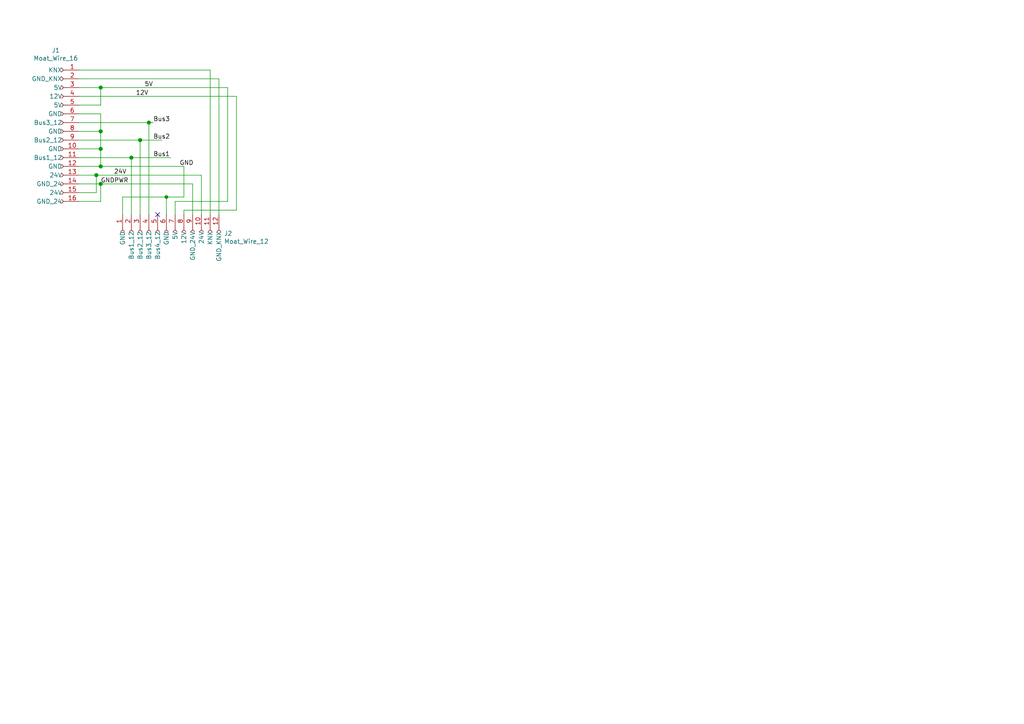
<source format=kicad_sch>
(kicad_sch (version 20211123) (generator eeschema)
  (paper "A4")
  (lib_symbols
    (symbol "local:Moat_Wire_16" (pin_names (offset 1.016))
      (property "Reference" "J" (at 0 20.32 0))
      (property "Value" "Moat_Wire_16" (at 0 -22.86 0))
      (symbol "Moat_Wire_16_1_1"
        (arc (start 0 -19.812) (mid -0.508 -20.32) (end 0 -20.828) (stroke (width 0.1524)))
        (arc (start 0 -17.272) (mid -0.508 -17.78) (end 0 -18.288) (stroke (width 0.1524)))
        (arc (start 0 -14.732) (mid -0.508 -15.24) (end 0 -15.748) (stroke (width 0.1524)))
        (arc (start 0 -12.192) (mid -0.508 -12.7) (end 0 -13.208) (stroke (width 0.1524)))
        (arc (start 0 -9.652) (mid -0.508 -10.16) (end 0 -10.668) (stroke (width 0.1524)))
        (arc (start 0 -7.112) (mid -0.508 -7.62) (end 0 -8.128) (stroke (width 0.1524)))
        (arc (start 0 -4.572) (mid -0.508 -5.08) (end 0 -5.588) (stroke (width 0.1524)))
        (arc (start 0 -2.032) (mid -0.508 -2.54) (end 0 -3.048) (stroke (width 0.1524)))
        (polyline (pts (xy -1.27 -20.32) (xy -0.508 -20.32)) (stroke (width 0.1524)))
        (polyline (pts (xy -1.27 -17.78) (xy -0.508 -17.78)) (stroke (width 0.1524)))
        (polyline (pts (xy -1.27 -15.24) (xy -0.508 -15.24)) (stroke (width 0.1524)))
        (polyline (pts (xy -1.27 -12.7) (xy -0.508 -12.7)) (stroke (width 0.1524)))
        (polyline (pts (xy -1.27 -10.16) (xy -0.508 -10.16)) (stroke (width 0.1524)))
        (polyline (pts (xy -1.27 -7.62) (xy -0.508 -7.62)) (stroke (width 0.1524)))
        (polyline (pts (xy -1.27 -5.08) (xy -0.508 -5.08)) (stroke (width 0.1524)))
        (polyline (pts (xy -1.27 -2.54) (xy -0.508 -2.54)) (stroke (width 0.1524)))
        (polyline (pts (xy -1.27 0) (xy -0.508 0)) (stroke (width 0.1524)))
        (polyline (pts (xy -1.27 2.54) (xy -0.508 2.54)) (stroke (width 0.1524)))
        (polyline (pts (xy -1.27 5.08) (xy -0.508 5.08)) (stroke (width 0.1524)))
        (polyline (pts (xy -1.27 7.62) (xy -0.508 7.62)) (stroke (width 0.1524)))
        (polyline (pts (xy -1.27 10.16) (xy -0.508 10.16)) (stroke (width 0.1524)))
        (polyline (pts (xy -1.27 12.7) (xy -0.508 12.7)) (stroke (width 0.1524)))
        (polyline (pts (xy -1.27 15.24) (xy -0.508 15.24)) (stroke (width 0.1524)))
        (polyline (pts (xy -1.27 17.78) (xy -0.508 17.78)) (stroke (width 0.1524)))
        (arc (start 0 0.508) (mid -0.508 0) (end 0 -0.508) (stroke (width 0.1524)))
        (arc (start 0 3.048) (mid -0.508 2.54) (end 0 2.032) (stroke (width 0.1524)))
        (arc (start 0 5.588) (mid -0.508 5.08) (end 0 4.572) (stroke (width 0.1524)))
        (arc (start 0 8.128) (mid -0.508 7.62) (end 0 7.112) (stroke (width 0.1524)))
        (arc (start 0 10.668) (mid -0.508 10.16) (end 0 9.652) (stroke (width 0.1524)))
        (arc (start 0 13.208) (mid -0.508 12.7) (end 0 12.192) (stroke (width 0.1524)))
        (arc (start 0 15.748) (mid -0.508 15.24) (end 0 14.732) (stroke (width 0.1524)))
        (arc (start 0 18.288) (mid -0.508 17.78) (end 0 17.272) (stroke (width 0.1524)))
        (pin passive line (at -5.08 17.78 0) (length 3.81) (name "KNX") (number "1"))
        (pin power_in line (at -5.08 -5.08 0) (length 3.81) (name "GND") (number "10"))
        (pin bidirectional line (at -5.08 -7.62 0) (length 3.81) (name "Bus1_12") (number "11"))
        (pin bidirectional line (at -5.08 -10.16 0) (length 3.81) (name "GND") (number "12"))
        (pin power_in line (at -5.08 -12.7 0) (length 3.81) (name "24V") (number "13"))
        (pin power_in line (at -5.08 -15.24 0) (length 3.81) (name "GND_24") (number "14"))
        (pin power_in line (at -5.08 -17.78 0) (length 3.81) (name "24V") (number "15"))
        (pin power_in line (at -5.08 -20.32 0) (length 3.81) (name "GND_24") (number "16"))
        (pin power_in line (at -5.08 15.24 0) (length 3.81) (name "GND_KNX") (number "2"))
        (pin power_in line (at -5.08 12.7 0) (length 3.81) (name "5V") (number "3"))
        (pin power_in line (at -5.08 10.16 0) (length 3.81) (name "12V") (number "4"))
        (pin power_in line (at -5.08 7.62 0) (length 3.81) (name "5V") (number "5"))
        (pin power_in line (at -5.08 5.08 0) (length 3.81) (name "GND") (number "6"))
        (pin bidirectional line (at -5.08 2.54 0) (length 3.81) (name "Bus3_12") (number "7"))
        (pin power_in line (at -5.08 0 0) (length 3.81) (name "GND") (number "8"))
        (pin bidirectional line (at -5.08 -2.54 0) (length 3.81) (name "Bus2_12") (number "9"))
      )
    )
    (symbol "localstuff:Moat_Wire_12" (pin_names (offset 1.016))
      (property "Reference" "J" (at 0 20.32 0))
      (property "Value" "Moat_Wire_12" (at -3.81 -7.62 0))
      (symbol "Moat_Wire_12_1_1"
        (arc (start 0 -4.572) (mid -0.508 -5.08) (end 0 -5.588) (stroke (width 0.1524)))
        (arc (start 0 -2.032) (mid -0.508 -2.54) (end 0 -3.048) (stroke (width 0.1524)))
        (polyline (pts (xy -1.27 -5.08) (xy -0.508 -5.08)) (stroke (width 0.1524)))
        (polyline (pts (xy -1.27 -2.54) (xy -0.508 -2.54)) (stroke (width 0.1524)))
        (polyline (pts (xy -1.27 0) (xy -0.508 0)) (stroke (width 0.1524)))
        (polyline (pts (xy -1.27 2.54) (xy -0.508 2.54)) (stroke (width 0.1524)))
        (polyline (pts (xy -1.27 5.08) (xy -0.508 5.08)) (stroke (width 0.1524)))
        (polyline (pts (xy -1.27 7.62) (xy -0.508 7.62)) (stroke (width 0.1524)))
        (polyline (pts (xy -1.27 10.16) (xy -0.508 10.16)) (stroke (width 0.1524)))
        (polyline (pts (xy -1.27 12.7) (xy -0.508 12.7)) (stroke (width 0.1524)))
        (polyline (pts (xy -1.27 15.24) (xy -0.508 15.24)) (stroke (width 0.1524)))
        (polyline (pts (xy -1.27 17.78) (xy -0.508 17.78)) (stroke (width 0.1524)))
        (polyline (pts (xy -1.27 20.32) (xy -0.508 20.32)) (stroke (width 0.1524)))
        (polyline (pts (xy -1.27 22.86) (xy -0.508 22.86)) (stroke (width 0.1524)))
        (arc (start 0 0.508) (mid -0.508 0) (end 0 -0.508) (stroke (width 0.1524)))
        (arc (start 0 3.048) (mid -0.508 2.54) (end 0 2.032) (stroke (width 0.1524)))
        (arc (start 0 5.588) (mid -0.508 5.08) (end 0 4.572) (stroke (width 0.1524)))
        (arc (start 0 8.128) (mid -0.508 7.62) (end 0 7.112) (stroke (width 0.1524)))
        (arc (start 0 10.668) (mid -0.508 10.16) (end 0 9.652) (stroke (width 0.1524)))
        (arc (start 0 13.208) (mid -0.508 12.7) (end 0 12.192) (stroke (width 0.1524)))
        (arc (start 0 15.748) (mid -0.508 15.24) (end 0 14.732) (stroke (width 0.1524)))
        (arc (start 0 18.288) (mid -0.508 17.78) (end 0 17.272) (stroke (width 0.1524)))
        (arc (start 0 20.828) (mid -0.508 20.32) (end 0 19.812) (stroke (width 0.1524)))
        (arc (start 0 23.368) (mid -0.508 22.86) (end 0 22.352) (stroke (width 0.1524)))
        (pin power_in line (at -5.08 22.86 0) (length 3.81) (name "GND") (number "1"))
        (pin power_in line (at -5.08 0 0) (length 3.81) (name "24V") (number "10"))
        (pin power_in line (at -5.08 -2.54 0) (length 3.81) (name "KNX") (number "11"))
        (pin power_in line (at -5.08 -5.08 0) (length 3.81) (name "GND_KNX") (number "12"))
        (pin bidirectional line (at -5.08 20.32 0) (length 3.81) (name "Bus1_12") (number "2"))
        (pin bidirectional line (at -5.08 17.78 0) (length 3.81) (name "Bus2_12") (number "3"))
        (pin bidirectional line (at -5.08 15.24 0) (length 3.81) (name "Bus3_12") (number "4"))
        (pin bidirectional line (at -5.08 12.7 0) (length 3.81) (name "Bus4_12") (number "5"))
        (pin power_in line (at -5.08 10.16 0) (length 3.81) (name "GND") (number "6"))
        (pin power_in line (at -5.08 7.62 0) (length 3.81) (name "5V") (number "7"))
        (pin power_in line (at -5.08 5.08 0) (length 3.81) (name "12V") (number "8"))
        (pin power_in line (at -5.08 2.54 0) (length 3.81) (name "GND_24V") (number "9"))
      )
    )
  )
  (junction (at 29.21 43.18) (diameter 1.016))
  (junction (at 27.94 50.8) (diameter 1.016))
  (junction (at 29.21 38.1) (diameter 1.016))
  (junction (at 40.64 40.64) (diameter 1.016))
  (junction (at 29.21 25.4) (diameter 1.016))
  (junction (at 38.1 45.72) (diameter 1.016))
  (junction (at 48.26 57.15))
  (junction (at 43.18 35.56) (diameter 1.016))
  (junction (at 29.21 53.34) (diameter 1.016))
  (junction (at 29.21 48.26) (diameter 1.016))
  (no_connect (at 45.72 62.23))
  (wire (pts (xy 29.21 25.4) (xy 66.04 25.4)))
  (wire (pts (xy 38.1 45.72) (xy 22.86 45.72)))
  (wire (pts (xy 22.86 53.34) (xy 29.21 53.34)))
  (wire (pts (xy 29.21 48.26) (xy 29.21 43.18)))
  (wire (pts (xy 22.86 43.18) (xy 29.21 43.18)))
  (wire (pts (xy 48.26 57.15) (xy 48.26 62.23)))
  (wire (pts (xy 22.86 55.88) (xy 27.94 55.88)))
  (wire (pts (xy 40.64 40.64) (xy 40.64 62.23)))
  (wire (pts (xy 35.56 57.15) (xy 48.26 57.15)))
  (wire (pts (xy 46.99 40.64) (xy 40.64 40.64)))
  (wire (pts (xy 29.21 48.26) (xy 53.34 48.26)))
  (wire (pts (xy 29.21 58.42) (xy 29.21 53.34)))
  (wire (pts (xy 53.34 62.23) (xy 53.34 60.96)))
  (wire (pts (xy 38.1 62.23) (xy 38.1 45.72)))
  (wire (pts (xy 44.45 35.56) (xy 43.18 35.56)))
  (wire (pts (xy 35.56 62.23) (xy 35.56 57.15)))
  (wire (pts (xy 22.86 20.32) (xy 60.96 20.32)))
  (wire (pts (xy 29.21 30.48) (xy 22.86 30.48)))
  (wire (pts (xy 48.26 57.15) (xy 53.34 57.15)))
  (wire (pts (xy 49.53 45.72) (xy 38.1 45.72)))
  (wire (pts (xy 22.86 22.86) (xy 63.5 22.86)))
  (wire (pts (xy 43.18 35.56) (xy 43.18 62.23)))
  (wire (pts (xy 22.86 27.94) (xy 68.58 27.94)))
  (wire (pts (xy 22.86 38.1) (xy 29.21 38.1)))
  (wire (pts (xy 29.21 53.34) (xy 55.88 53.34)))
  (wire (pts (xy 22.86 48.26) (xy 29.21 48.26)))
  (wire (pts (xy 22.86 25.4) (xy 29.21 25.4)))
  (wire (pts (xy 66.04 58.42) (xy 66.04 25.4)))
  (wire (pts (xy 29.21 33.02) (xy 22.86 33.02)))
  (wire (pts (xy 27.94 55.88) (xy 27.94 50.8)))
  (wire (pts (xy 27.94 50.8) (xy 22.86 50.8)))
  (wire (pts (xy 27.94 50.8) (xy 58.42 50.8)))
  (wire (pts (xy 60.96 20.32) (xy 60.96 62.23)))
  (wire (pts (xy 58.42 62.23) (xy 58.42 50.8)))
  (wire (pts (xy 22.86 58.42) (xy 29.21 58.42)))
  (wire (pts (xy 29.21 43.18) (xy 29.21 38.1)))
  (wire (pts (xy 53.34 60.96) (xy 68.58 60.96)))
  (wire (pts (xy 29.21 38.1) (xy 29.21 33.02)))
  (wire (pts (xy 29.21 25.4) (xy 29.21 30.48)))
  (wire (pts (xy 50.8 58.42) (xy 50.8 62.23)))
  (wire (pts (xy 66.04 58.42) (xy 50.8 58.42)))
  (wire (pts (xy 40.64 40.64) (xy 22.86 40.64)))
  (wire (pts (xy 68.58 27.94) (xy 68.58 60.96)))
  (wire (pts (xy 63.5 22.86) (xy 63.5 62.23)))
  (wire (pts (xy 43.18 35.56) (xy 22.86 35.56)))
  (wire (pts (xy 53.34 57.15) (xy 53.34 48.26)))
  (wire (pts (xy 55.88 53.34) (xy 55.88 62.23)))
  (label "GND" (at 52.07 48.26 0))
  (label "Bus1" (at 44.45 45.72 0))
  (label "5V" (at 41.91 25.4 0))
  (label "12V" (at 39.37 27.94 0))
  (label "Bus2" (at 44.45 40.64 0))
  (label "Bus3" (at 44.45 35.56 0))
  (label "24V" (at 33.02 50.8 0))
  (label "GNDPWR" (at 29.21 53.34 0))
  (symbol (lib_id "local:Moat_Wire_16") (at 17.78 38.1 0) (mirror y) (unit 1)
    (property "Reference" "J1" (at 16.1798 14.605 0))
    (property "Value" "Moat_Wire_16" (at 16.1798 16.9164 0))
    (property "Footprint" "localstuff:Moat_16_2side_HSF" (effects hide))
    (property "Digikey" "478-6173-1-ND *2" (effects hide))
  )
  (symbol (lib_id "localstuff:Moat_Wire_12") (at 58.42 67.31 90) (mirror x) (unit 1)
    (property "Reference" "J2" (at 64.9732 67.7164 90) (effects (justify right)))
    (property "Value" "Moat_Wire_12" (at 64.9732 70.0278 90) (effects (justify right)))
    (property "Footprint" "localstuff:MoaT_12_Pin_H" (effects hide))
  )
)
</source>
